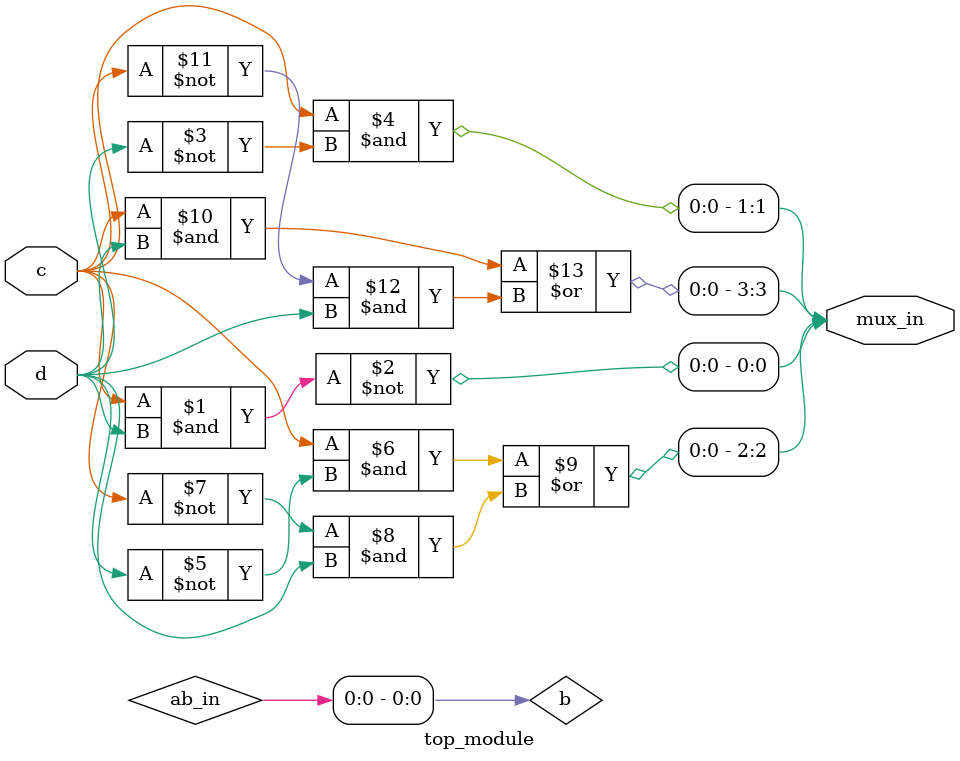
<source format=sv>
module top_module (
	input c,
	input d,
	output [3:0] mux_in
);

reg [1:0] ab;
wire [1:0] ab_in;

assign ab_in = {a, b};

assign mux_in[0] = ~(c & d);
assign mux_in[1] = c & (~d);
assign mux_in[2] = (c & ~d) | (~c & d);
assign mux_in[3] = (c & d) | (~c & d);

endmodule

</source>
